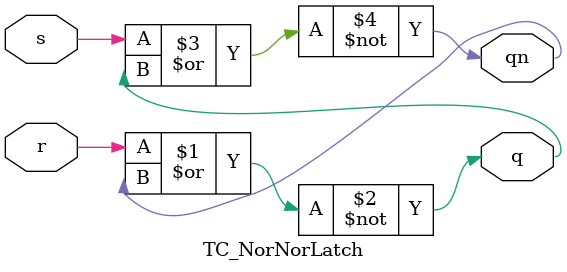
<source format=v>
module TC_NorNorLatch (s, r, q, qn);
    parameter UUID = 0;
    parameter NAME = "";
    input s;
    input r;
    output q;
    output qn;
    
    assign q = ~(r | qn);
    assign qn = ~(s | q);
endmodule


</source>
